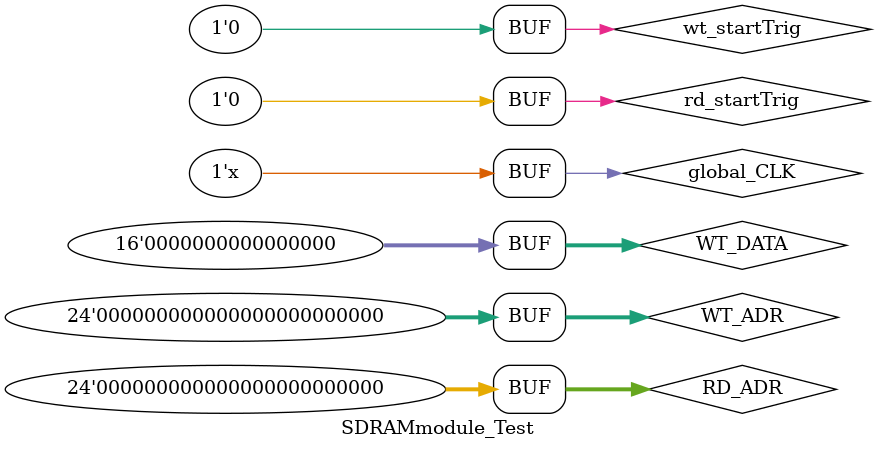
<source format=v>
`timescale 1ns / 1ps


module SDRAMmodule_Test;

	// Inputs
	reg global_CLK;
	reg rd_startTrig;
	reg [23:0] RD_ADR;
	reg wt_startTrig;
	reg [23:0] WT_ADR;
	reg [15:0] WT_DATA;

	// Outputs
	wire rd_busyFlag;
	wire [15:0] RD_DATA;
	wire wt_busyFlag;
	wire [1:0] SD_P_BA;
	wire [12:0] SD_P_ADR;
	wire SD_P_nCAS;
	wire SD_P_nRAS;
	wire SD_P_nWE;
	wire SD_P_CKE;
	wire [1:0] SD_P_DQM;
	wire SD_P_nCS;
	wire SD_P_CLK;
	wire [3:0] Status;
	wire [7:0] Status2;

	// Bidirs
	wire [15:0] SD_P_DATA;

	// Instantiate the Unit Under Test (UUT)
	SDRAM_Controller uut (
		.global_CLK(global_CLK), 
		.rd_busyFlag(rd_busyFlag), 
		.rd_startTrig(rd_startTrig), 
		.RD_ADR(RD_ADR), 
		.RD_DATA(RD_DATA), 
		.wt_busyFlag(wt_busyFlag), 
		.wt_startTrig(wt_startTrig), 
		.WT_ADR(WT_ADR), 
		.WT_DATA(WT_DATA), 
		.SD_P_DATA(SD_P_DATA), 
		.SD_P_BA(SD_P_BA), 
		.SD_P_ADR(SD_P_ADR), 
		.SD_P_nCAS(SD_P_nCAS), 
		.SD_P_nRAS(SD_P_nRAS), 
		.SD_P_nWE(SD_P_nWE), 
		.SD_P_CKE(SD_P_CKE), 
		.SD_P_DQM(SD_P_DQM), 
		.SD_P_nCS(SD_P_nCS), 
		.SD_P_CLK(SD_P_CLK), 
		.Status(Status), 
		.Status2(Status2)
	);

	always begin
	#1 global_CLK = !global_CLK;
	end
	
	initial begin
		// Initialize Inputs
		global_CLK = 0;
		rd_startTrig = 0;
		RD_ADR = 0;
		wt_startTrig = 0;
		WT_ADR = 0;
		WT_DATA = 0;

		// Wait 100 ns for global reset to finish
		#100;
        
		// Add stimulus here

	end
      
endmodule


</source>
